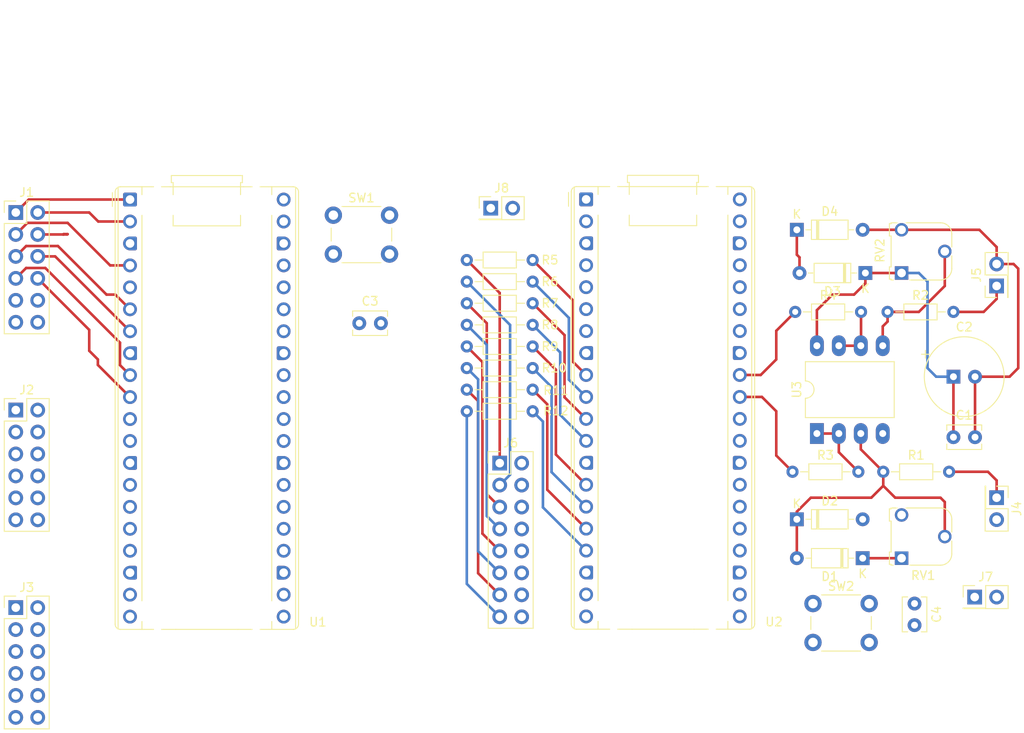
<source format=kicad_pcb>
(kicad_pcb (version 20240108) (generator "pcbnew") (generator_version "8.0")
  (layers (0 "F.Cu" signal) (31 "B.Cu" signal) (34 "B.Paste" user) (35 "F.Paste" user) (36 "B.SilkS" user "B.Silkscreen") (37 "F.SilkS" user "F.Silkscreen") (38 "B.Mask" user) (39 "F.Mask" user) (44 "Edge.Cuts" user))
  (net 0 "")
  (net 1 "Net-(U1-RUN)")
  (net 2 "+5V")
  (net 3 "Net-(U2-RUN)")
  (net 5 "+3V3")
  (net 6 "Net-(D3-A)")
  (net 7 "Net-(J5-Pin_1)")
  (net 15 "Net-(J7-Pin_1)")
  (net 18 "Net-(J8-Pin_2)")
  (net 19 "/ADC_0")
  (net 20 "Net-(U3A--)")
  (net 23 "Net-(U3B--)")
  (net 24 "/ADC_1")
  (net 26 "Net-(U2-GPIO6)")
  (net 28 "Net-(U2-GPIO7)")
  (net 31 "Net-(U2-GPIO8)")
  (net 35 "Net-(U2-GPIO9)")
  (net 38 "Net-(U2-GPIO10)")
  (net 39 "Net-(U2-GPIO11)")
  (net 41 "Net-(U2-GPIO12)")
  (net 42 "Net-(U2-GPIO13)")
  (net 46 "GND")
  (net 52 "/FPGA_1")
  (net 53 "/FPGA_0")
  (net 54 "/FPGA_3")
  (net 55 "/FPGA_2")
  (net 56 "/FPGA_12")
  (net 57 "/FPGA_7")
  (net 58 "/FPGA_22")
  (net 59 "/FPGA_9")
  (net 60 "/FPGA_13")
  (net 61 "/FPGA_8")
  (net 62 "/FPGA_19")
  (net 63 "/FPGA_16")
  (net 64 "/FPGA_15")
  (net 65 "/FPGA_10")
  (net 66 "/FPGA_4")
  (net 67 "/FPGA_5")
  (net 68 "/FPGA_14")
  (net 69 "/FPGA_11")
  (net 70 "/FPGA_6")
  (net 71 "/FPGA_18")
  (net 72 "/FPGA_21")
  (net 73 "/FPGA_17")
  (net 74 "/FPGA_20")
  (net 75 "/FPGA_23")
  (net 76 "Net-(D1-A)")
  (net 77 "Net-(J4-Pin_1)")
  (net 78 "Net-(J6-Pin_9)")
  (net 79 "Net-(J6-Pin_5)")
  (net 80 "Net-(J6-Pin_3)")
  (net 81 "Net-(J6-Pin_11)")
  (net 82 "Net-(J6-Pin_1)")
  (net 83 "Net-(J6-Pin_7)")
  (net 84 "Net-(J6-Pin_13)")
  (net 85 "Net-(J6-Pin_15)")
  (footprint "Resistor_THT:R_Axial_DIN0204_L3.6mm_D1.6mm_P7.62mm_Horizontal" (layer "F.Cu") (at 164.19 106)
    (property "Reference" "R8")
    (property "Value" "100")
  )
  (footprint "Capacitor_THT:C_Disc_D3.8mm_W2.6mm_P2.50mm" (layer "F.Cu") (at 220.5 119)
    (property "Reference" "C1")
    (property "Value" "100n")
  )
  (footprint "Potentiometer_THT:Potentiometer_Runtron_RM-065_Vertical" (layer "F.Cu") (at 214.5 133 90)
    (property "Reference" "RV1")
    (property "Value" "1M")
  )
  (footprint "Connector_PinHeader_2.54mm:PinHeader_2x01_P2.54mm_Vertical" (layer "F.Cu") (at 166.96 92.5)
    (property "Reference" "J8")
    (property "Value" "VBUS_LA")
  )
  (footprint "Resistor_THT:R_Axial_DIN0204_L3.6mm_D1.6mm_P7.62mm_Horizontal" (layer "F.Cu") (at 212.38 123)
    (property "Reference" "R1")
    (property "Value" "680K")
  )
  (footprint "Capacitor_THT:CP_Radial_Tantal_D9.0mm_P2.50mm" (layer "F.Cu") (at 220.5 112)
    (property "Reference" "C2")
    (property "Value" "10u")
  )
  (footprint "Resistor_THT:R_Axial_DIN0204_L3.6mm_D1.6mm_P7.62mm_Horizontal" (layer "F.Cu") (at 212.88 104.5)
    (property "Reference" "R2")
    (property "Value" "680K")
  )
  (footprint "Connector_PinHeader_2.54mm:PinHeader_2x06_P2.54mm_Vertical" (layer "F.Cu") (at 112 115.86)
    (property "Reference" "J2")
    (property "Value" "FPGA_B" (hide yes))
  )
  (footprint "Connector_PinHeader_2.54mm:PinHeader_2x06_P2.54mm_Vertical" (layer "F.Cu") (at 112 138.72)
    (property "Reference" "J3")
    (property "Value" "FPGA_C" (hide yes))
  )
  (footprint "Resistor_THT:R_Axial_DIN0204_L3.6mm_D1.6mm_P7.62mm_Horizontal" (layer "F.Cu") (at 164.19 101)
    (property "Reference" "R6")
    (property "Value" "100")
  )
  (footprint "Resistor_THT:R_Axial_DIN0204_L3.6mm_D1.6mm_P7.62mm_Horizontal" (layer "F.Cu") (at 164.19 103.5)
    (property "Reference" "R7")
    (property "Value" "100")
  )
  (footprint "Potentiometer_THT:Potentiometer_Runtron_RM-065_Vertical" (layer "F.Cu") (at 214.5 100 90)
    (property "Reference" "RV2")
    (property "Value" "1M")
  )
  (footprint "Capacitor_THT:C_Disc_D3.8mm_W2.6mm_P2.50mm" (layer "F.Cu") (at 216 138.25 -90)
    (property "Reference" "C4")
    (property "Value" "100n")
  )
  (footprint "Connector_PinHeader_2.54mm:PinHeader_2x06_P2.54mm_Vertical" (layer "F.Cu") (at 112 93)
    (property "Reference" "J1")
    (property "Value" "FPGA_A" (hide yes))
  )
  (footprint "Connector_PinHeader_2.54mm:PinHeader_2x01_P2.54mm_Vertical" (layer "F.Cu") (at 225.5 126 -90)
    (property "Reference" "J4")
    (property "Value" "Ch1_IN")
  )
  (footprint "Diode_THT:D_DO-35_SOD27_P7.62mm_Horizontal" (layer "F.Cu") (at 210 133 180)
    (property "Reference" "D1")
    (property "Value" "1N4148")
  )
  (footprint "Connector_PinHeader_2.54mm:PinHeader_2x01_P2.54mm_Vertical" (layer "F.Cu") (at 222.96 137.5)
    (property "Reference" "J7")
    (property "Value" "PWM_Out")
  )
  (footprint "Diode_THT:D_DO-35_SOD27_P7.62mm_Horizontal" (layer "F.Cu") (at 202.38 95)
    (property "Reference" "D4")
    (property "Value" "1N4148")
  )
  (footprint "Diode_THT:D_DO-35_SOD27_P7.62mm_Horizontal" (layer "F.Cu") (at 210.31 100 180)
    (property "Reference" "D3")
    (property "Value" "1N4148")
  )
  (footprint "Capacitor_THT:C_Disc_D3.8mm_W2.6mm_P2.50mm" (layer "F.Cu") (at 151.75 105.81)
    (property "Reference" "C3")
    (property "Value" "100n")
  )
  (footprint "Resistor_THT:R_Axial_DIN0204_L3.6mm_D1.6mm_P7.62mm_Horizontal" (layer "F.Cu") (at 164.19 108.5)
    (property "Reference" "R9")
    (property "Value" "100")
  )
  (footprint "Connector_PinHeader_2.54mm:PinHeader_2x01_P2.54mm_Vertical" (layer "F.Cu") (at 225.5 101.5 90)
    (property "Reference" "J5")
    (property "Value" "Ch2_IN")
  )
  (footprint "Module:RaspberryPi_Pico_Common_THT" (layer "F.Cu") (at 125.22 91.5)
    (property "Reference" "U1")
    (property "Value" "Pico")
  )
  (footprint "Package_DIP:DIP-8_W10.16mm_LongPads" (layer "F.Cu") (at 204.7 118.575 90)
    (property "Reference" "U3")
    (property "Value" "MCP6002-xMC")
  )
  (footprint "Button_Switch_THT:SW_PUSH_6mm_H9.5mm" (layer "F.Cu") (at 148.75 93.31)
    (property "Reference" "SW1")
    (property "Value" "Reset")
  )
  (footprint "Button_Switch_THT:SW_PUSH_6mm_H9.5mm" (layer "F.Cu") (at 204.25 138.25)
    (property "Reference" "SW2")
    (property "Value" "Reset")
  )
  (footprint "Resistor_THT:R_Axial_DIN0204_L3.6mm_D1.6mm_P7.62mm_Horizontal" (layer "F.Cu") (at 164.19 98.5)
    (property "Reference" "R5")
    (property "Value" "100")
  )
  (footprint "Resistor_THT:R_Axial_DIN0204_L3.6mm_D1.6mm_P7.62mm_Horizontal" (layer "F.Cu") (at 164.19 116)
    (property "Reference" "R12")
    (property "Value" "100")
  )
  (footprint "Resistor_THT:R_Axial_DIN0204_L3.6mm_D1.6mm_P7.62mm_Horizontal" (layer "F.Cu") (at 164.19 113.5)
    (property "Reference" "R11")
    (property "Value" "100")
  )
  (footprint "Resistor_THT:R_Axial_DIN0204_L3.6mm_D1.6mm_P7.62mm_Horizontal" (layer "F.Cu") (at 202.19 104.5)
    (property "Reference" "R4")
    (property "Value" "100")
  )
  (footprint "Resistor_THT:R_Axial_DIN0204_L3.6mm_D1.6mm_P7.62mm_Horizontal" (layer "F.Cu") (at 164.19 111)
    (property "Reference" "R10")
    (property "Value" "100")
  )
  (footprint "Module:RaspberryPi_Pico_Common_THT" (layer "F.Cu") (at 178 91.48)
    (property "Reference" "U2")
    (property "Value" "Pico")
  )
  (footprint "Connector_PinHeader_2.54mm:PinHeader_2x08_P2.54mm_Vertical" (layer "F.Cu") (at 168 122)
    (property "Reference" "J6")
    (property "Value" "Logic_Analyzer")
  )
  (footprint "Resistor_THT:R_Axial_DIN0204_L3.6mm_D1.6mm_P7.62mm_Horizontal" (layer "F.Cu") (at 201.88 123)
    (property "Reference" "R3")
    (property "Value" "100")
  )
  (footprint "Diode_THT:D_DO-35_SOD27_P7.62mm_Horizontal" (layer "F.Cu") (at 202.38 128.5)
    (property "Reference" "D2")
    (property "Value" "1N4148")
  )
  (segment (start 210.31 100) (end 210.31 101.19) (width 0.3) (layer "F.Cu") (net 5))
  (segment (start 220.5 112) (end 220.5 119) (width 0.3) (layer "F.Cu") (net 5))
  (segment (start 204.7 104.3) (end 204.7 108.415) (width 0.3) (layer "F.Cu") (net 5))
  (segment (start 210.31 100) (end 214.5 100) (width 0.3) (layer "F.Cu") (net 5))
  (segment (start 209 102.5) (end 206.5 102.5) (width 0.3) (layer "F.Cu") (net 5))
  (segment (start 210.31 101.19) (end 209 102.5) (width 0.3) (layer "F.Cu") (net 5))
  (segment (start 206.5 102.5) (end 204.7 104.3) (width 0.3) (layer "F.Cu") (net 5))
  (segment (start 210 133) (end 214.5 133) (width 0.3) (layer "F.Cu") (net 5))
  (segment (start 216.5 100) (end 217.5 101) (width 0.3) (layer "B.Cu") (net 5))
  (segment (start 214.5 100) (end 216.5 100) (width 0.3) (layer "B.Cu") (net 5))
  (segment (start 217.5 111) (end 218.5 112) (width 0.3) (layer "B.Cu") (net 5))
  (segment (start 217.5 101) (end 217.5 111) (width 0.3) (layer "B.Cu") (net 5))
  (segment (start 218.5 112) (end 220.5 112) (width 0.3) (layer "B.Cu") (net 5))
  (segment (start 219.5 101.5) (end 216.5 104.5) (width 0.3) (layer "F.Cu") (net 6))
  (segment (start 212.32 106.18) (end 212.32 108.415) (width 0.3) (layer "F.Cu") (net 6))
  (segment (start 202.38 97.88) (end 202.38 95) (width 0.3) (layer "F.Cu") (net 6))
  (segment (start 212.88 104.5) (end 212.88 105.62) (width 0.3) (layer "F.Cu") (net 6))
  (segment (start 216.5 104.5) (end 212.88 104.5) (width 0.3) (layer "F.Cu") (net 6))
  (segment (start 202.69 98.19) (end 202.38 97.88) (width 0.3) (layer "F.Cu") (net 6))
  (segment (start 212.88 105.62) (end 212.32 106.18) (width 0.3) (layer "F.Cu") (net 6))
  (segment (start 219.5 97.5) (end 219.5 101.5) (width 0.3) (layer "F.Cu") (net 6))
  (segment (start 202.69 100) (end 202.69 98.19) (width 0.3) (layer "F.Cu") (net 6))
  (segment (start 225.5 103) (end 225.5 101.5) (width 0.3) (layer "F.Cu") (net 7))
  (segment (start 220.5 104.5) (end 224 104.5) (width 0.3) (layer "F.Cu") (net 7))
  (segment (start 224 104.5) (end 225.5 103) (width 0.3) (layer "F.Cu") (net 7))
  (segment (start 198.34 114.34) (end 200 116) (width 0.3) (layer "F.Cu") (net 19))
  (segment (start 200 116) (end 200 121.12) (width 0.3) (layer "F.Cu") (net 19))
  (segment (start 200 121.12) (end 201.88 123) (width 0.3) (layer "F.Cu") (net 19))
  (segment (start 195.78 114.34) (end 198.34 114.34) (width 0.3) (layer "F.Cu") (net 19))
  (segment (start 207.24 118.575) (end 204.7 118.575) (width 0.3) (layer "F.Cu") (net 20))
  (segment (start 207.24 118.575) (end 207.24 120.74) (width 0.3) (layer "F.Cu") (net 20))
  (segment (start 207.24 120.74) (end 209.5 123) (width 0.3) (layer "F.Cu") (net 20))
  (segment (start 209.81 108.385) (end 209.78 108.415) (width 0.3) (layer "F.Cu") (net 23))
  (segment (start 209.81 104.5) (end 209.81 108.385) (width 0.3) (layer "F.Cu") (net 23))
  (segment (start 209.78 108.415) (end 207.24 108.415) (width 0.3) (layer "F.Cu") (net 23))
  (segment (start 200 106.69) (end 200 110) (width 0.3) (layer "F.Cu") (net 24))
  (segment (start 198.2 111.8) (end 195.78 111.8) (width 0.3) (layer "F.Cu") (net 24))
  (segment (start 202.19 104.5) (end 200 106.69) (width 0.3) (layer "F.Cu") (net 24))
  (segment (start 200 110) (end 198.2 111.8) (width 0.3) (layer "F.Cu") (net 24))
  (segment (start 178 111.8) (end 176.5 110.3) (width 0.3) (layer "F.Cu") (net 26))
  (segment (start 176.5 110.3) (end 176.5 103.19) (width 0.3) (layer "F.Cu") (net 26))
  (segment (start 176.5 103.19) (end 171.81 98.5) (width 0.3) (layer "F.Cu") (net 26))
  (segment (start 178 114.34) (end 176 112.34) (width 0.3) (layer "B.Cu") (net 28))
  (segment (start 176 112.34) (end 176 105.19) (width 0.3) (layer "B.Cu") (net 28))
  (segment (start 176 105.19) (end 171.81 101) (width 0.3) (layer "B.Cu") (net 28))
  (segment (start 178 116.88) (end 175.5 114.38) (width 0.3) (layer "F.Cu") (net 31))
  (segment (start 175.5 114.38) (end 175.5 107.19) (width 0.3) (layer "F.Cu") (net 31))
  (segment (start 175.5 107.19) (end 171.81 103.5) (width 0.3) (layer "F.Cu") (net 31))
  (segment (start 178 119.42) (end 175 116.42) (width 0.3) (layer "B.Cu") (net 35))
  (segment (start 175 116.42) (end 175 109.19) (width 0.3) (layer "B.Cu") (net 35))
  (segment (start 175 109.19) (end 171.81 106) (width 0.3) (layer "B.Cu") (net 35))
  (segment (start 174.5 121) (end 174.5 111.19) (width 0.3) (layer "F.Cu") (net 38))
  (segment (start 178 124.5) (end 174.5 121) (width 0.3) (layer "F.Cu") (net 38))
  (segment (start 174.5 111.19) (end 171.81 108.5) (width 0.3) (layer "F.Cu") (net 38))
  (segment (start 174 113.19) (end 171.81 111) (width 0.3) (layer "B.Cu") (net 39))
  (segment (start 178 127.04) (end 174 123.04) (width 0.3) (layer "B.Cu") (net 39))
  (segment (start 174 123.04) (end 174 113.19) (width 0.3) (layer "B.Cu") (net 39))
  (segment (start 173.5 115.19) (end 173.5 125.08) (width 0.3) (layer "F.Cu") (net 41))
  (segment (start 173.5 125.08) (end 178 129.58) (width 0.3) (layer "F.Cu") (net 41))
  (segment (start 171.81 113.5) (end 173.5 115.19) (width 0.3) (layer "F.Cu") (net 41))
  (segment (start 171.81 116) (end 173 117.19) (width 0.3) (layer "B.Cu") (net 42))
  (segment (start 173 117.19) (end 173 127.12) (width 0.3) (layer "B.Cu") (net 42))
  (segment (start 173 127.12) (end 178 132.12) (width 0.3) (layer "B.Cu") (net 42))
  (segment (start 223.5 95) (end 225.5 97) (width 0.3) (layer "F.Cu") (net 46))
  (segment (start 228 99.5) (end 228 111) (width 0.3) (layer "F.Cu") (net 46))
  (segment (start 228 111) (end 227 112) (width 0.3) (layer "F.Cu") (net 46))
  (segment (start 225.5 97) (end 225.5 98.96) (width 0.3) (layer "F.Cu") (net 46))
  (segment (start 225.5 98.96) (end 227.46 98.96) (width 0.3) (layer "F.Cu") (net 46))
  (segment (start 223 112) (end 223 119) (width 0.3) (layer "F.Cu") (net 46))
  (segment (start 227.46 98.96) (end 228 99.5) (width 0.3) (layer "F.Cu") (net 46))
  (segment (start 227 112) (end 223 112) (width 0.3) (layer "F.Cu") (net 46))
  (segment (start 214.5 95) (end 223.5 95) (width 0.3) (layer "F.Cu") (net 46))
  (segment (start 210 95) (end 214.5 95) (width 0.3) (layer "F.Cu") (net 46))
  (segment (start 121.54 94.04) (end 120.5 93) (width 0.3) (layer "F.Cu") (net 52))
  (segment (start 114.54 93) (end 120.5 93) (width 0.3) (layer "F.Cu") (net 52))
  (segment (start 125.22 94.04) (end 121.54 94.04) (width 0.3) (layer "F.Cu") (net 52))
  (segment (start 112 93) (end 113.5 91.5) (width 0.3) (layer "F.Cu") (net 53))
  (segment (start 113.5 91.5) (end 125.22 91.5) (width 0.3) (layer "F.Cu") (net 53))
  (segment (start 117.96 95.54) (end 118 95.5) (width 0.3) (layer "F.Cu") (net 54))
  (segment (start 117.54 95.5) (end 118 95.5) (width 0.3) (layer "F.Cu") (net 54))
  (segment (start 117.5 95.54) (end 117.96 95.54) (width 0.3) (layer "F.Cu") (net 54))
  (segment (start 114.54 95.54) (end 117.5 95.54) (width 0.3) (layer "F.Cu") (net 54))
  (segment (start 117.5 95.54) (end 117.54 95.5) (width 0.3) (layer "F.Cu") (net 54))
  (segment (start 113.34 94.2) (end 112 95.54) (width 0.3) (layer "F.Cu") (net 55))
  (segment (start 118 94.2) (end 113.34 94.2) (width 0.3) (layer "F.Cu") (net 55))
  (segment (start 125.22 99.12) (end 122.92 99.12) (width 0.3) (layer "F.Cu") (net 55))
  (segment (start 122.92 99.12) (end 118 94.2) (width 0.3) (layer "F.Cu") (net 55))
  (segment (start 121.5 110) (end 121.5 110.64) (width 0.3) (layer "F.Cu") (net 57))
  (segment (start 114.54 100.62) (end 120.5 106.58) (width 0.3) (layer "F.Cu") (net 57))
  (segment (start 120.5 106.58) (end 120.5 109) (width 0.3) (layer "F.Cu") (net 57))
  (segment (start 121.5 110.64) (end 125.22 114.36) (width 0.3) (layer "F.Cu") (net 57))
  (segment (start 120.5 109) (end 121.5 110) (width 0.3) (layer "F.Cu") (net 57))
  (segment (start 116.88 96.88) (end 122.5 102.5) (width 0.3) (layer "F.Cu") (net 66))
  (segment (start 112 98.08) (end 113.2 96.88) (width 0.3) (layer "F.Cu") (net 66))
  (segment (start 123.52 102.5) (end 125.22 104.2) (width 0.3) (layer "F.Cu") (net 66))
  (segment (start 122.5 102.5) (end 123.52 102.5) (width 0.3) (layer "F.Cu") (net 66))
  (segment (start 113.2 96.88) (end 116.88 96.88) (width 0.3) (layer "F.Cu") (net 66))
  (segment (start 116.56 98.08) (end 125.22 106.74) (width 0.3) (layer "F.Cu") (net 67))
  (segment (start 114.54 98.08) (end 116.56 98.08) (width 0.3) (layer "F.Cu") (net 67))
  (segment (start 113.2 99.42) (end 115.42 99.42) (width 0.3) (layer "F.Cu") (net 70))
  (segment (start 124.059969 108.059969) (end 124.059969 110.659969) (width 0.3) (layer "F.Cu") (net 70))
  (segment (start 124.059969 110.659969) (end 125.22 111.82) (width 0.3) (layer "F.Cu") (net 70))
  (segment (start 115.42 99.42) (end 124.059969 108.059969) (width 0.3) (layer "F.Cu") (net 70))
  (segment (start 112 100.62) (end 113.2 99.42) (width 0.3) (layer "F.Cu") (net 70))
  (segment (start 202.38 133) (end 202.38 128.5) (width 0.3) (layer "F.Cu") (net 76))
  (segment (start 202.38 127.62) (end 202.38 128.5) (width 0.3) (layer "F.Cu") (net 76))
  (segment (start 212.38 124.62) (end 211 126) (width 0.3) (layer "F.Cu") (net 76))
  (segment (start 209.78 120.4) (end 212.38 123) (width 0.3) (layer "F.Cu") (net 76))
  (segment (start 213.76 126) (end 219 126) (width 0.3) (layer "F.Cu") (net 76))
  (segment (start 219.5 126.5) (end 219.5 130.5) (width 0.3) (layer "F.Cu") (net 76))
  (segment (start 219 126) (end 219.5 126.5) (width 0.3) (layer "F.Cu") (net 76))
  (segment (start 209.78 118.575) (end 209.78 120.4) (width 0.3) (layer "F.Cu") (net 76))
  (segment (start 212.38 123) (end 212.38 124.62) (width 0.3) (layer "F.Cu") (net 76))
  (segment (start 211 126) (end 204 126) (width 0.3) (layer "F.Cu") (net 76))
  (segment (start 212.38 124.62) (end 213.76 126) (width 0.3) (layer "F.Cu") (net 76))
  (segment (start 204 126) (end 202.38 127.62) (width 0.3) (layer "F.Cu") (net 76))
  (segment (start 224.5 123) (end 225.5 124) (width 0.3) (layer "F.Cu") (net 77))
  (segment (start 220 123) (end 224.5 123) (width 0.3) (layer "F.Cu") (net 77))
  (segment (start 225.5 126) (end 225.5 124) (width 0.3) (layer "F.Cu") (net 77))
  (segment (start 166 130.16) (end 168 132.16) (width 0.3) (layer "F.Cu") (net 78))
  (segment (start 166 110.31) (end 166 130.16) (width 0.3) (layer "F.Cu") (net 78))
  (segment (start 164.19 108.5) (end 166 110.31) (width 0.3) (layer "F.Cu") (net 78))
  (segment (start 168 127.08) (end 166.5 125.58) (width 0.3) (layer "F.Cu") (net 79))
  (segment (start 166.5 105.81) (end 164.19 103.5) (width 0.3) (layer "F.Cu") (net 79))
  (segment (start 166.5 125.58) (end 166.5 105.81) (width 0.3) (layer "F.Cu") (net 79))
  (segment (start 169.2 106.01) (end 169.2 123.34) (width 0.3) (layer "B.Cu") (net 80))
  (segment (start 169.2 123.34) (end 168 124.54) (width 0.3) (layer "B.Cu") (net 80))
  (segment (start 164.19 101) (end 169.2 106.01) (width 0.3) (layer "B.Cu") (net 80))
  (segment (start 165.5 132.2) (end 168 134.7) (width 0.3) (layer "B.Cu") (net 81))
  (segment (start 165.5 112.31) (end 165.5 132.2) (width 0.3) (layer "B.Cu") (net 81))
  (segment (start 164.19 111) (end 165.5 112.31) (width 0.3) (layer "B.Cu") (net 81))
  (segment (start 164.19 98.5) (end 168 102.31) (width 0.3) (layer "F.Cu") (net 82))
  (segment (start 168 102.31) (end 168 122) (width 0.3) (layer "F.Cu") (net 82))
  (segment (start 164.19 106) (end 166.5 108.31) (width 0.3) (layer "B.Cu") (net 83))
  (segment (start 166.5 128.12) (end 168 129.62) (width 0.3) (layer "B.Cu") (net 83))
  (segment (start 166.5 108.31) (end 166.5 128.12) (width 0.3) (layer "B.Cu") (net 83))
  (segment (start 165.5 134.74) (end 168 137.24) (width 0.3) (layer "F.Cu") (net 84))
  (segment (start 164.19 113.5) (end 165.5 114.81) (width 0.3) (layer "F.Cu") (net 84))
  (segment (start 165.5 114.81) (end 165.5 134.74) (width 0.3) (layer "F.Cu") (net 84))
  (segment (start 164.19 116) (end 164.19 135.97) (width 0.3) (layer "B.Cu") (net 85))
  (segment (start 164.19 135.97) (end 168 139.78) (width 0.3) (layer "B.Cu") (net 85))
)
</source>
